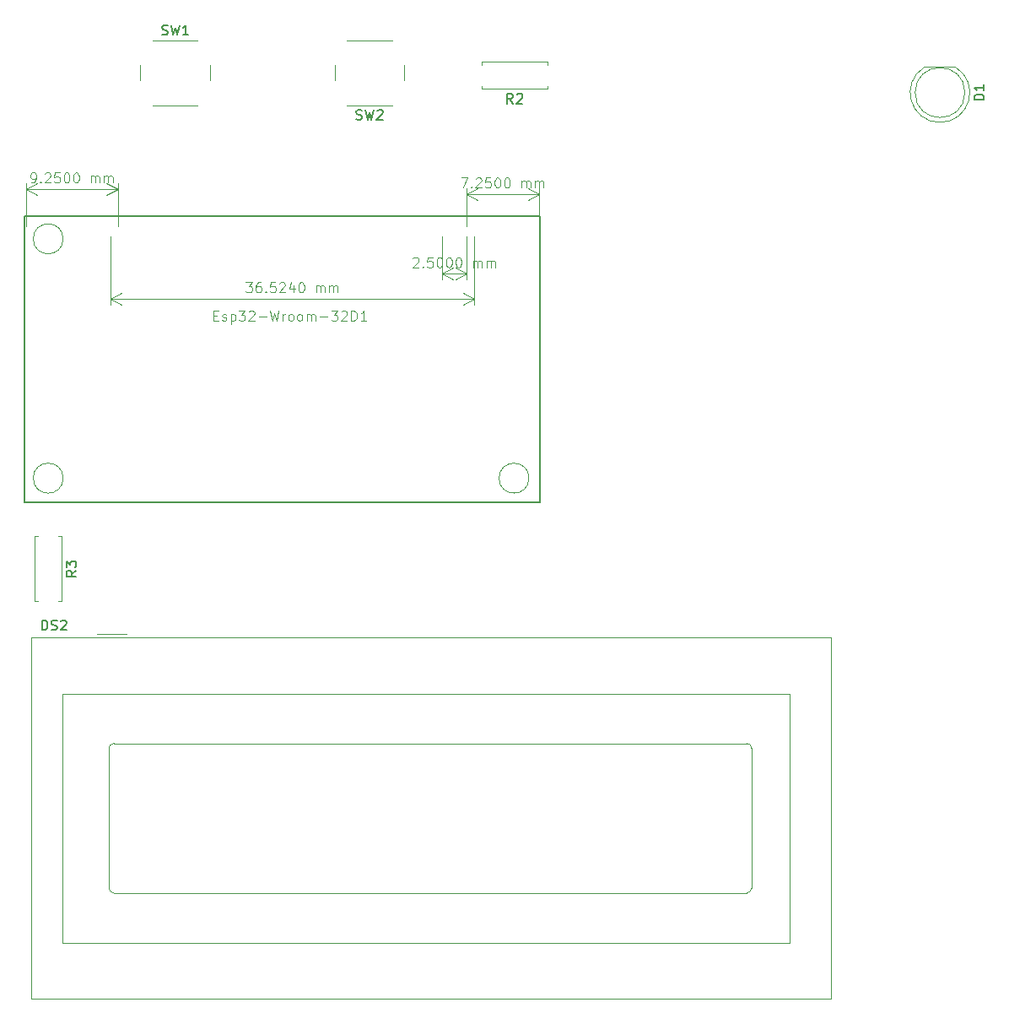
<source format=gbr>
%TF.GenerationSoftware,KiCad,Pcbnew,8.0.4*%
%TF.CreationDate,2024-08-01T14:56:52+02:00*%
%TF.ProjectId,\u002A,2a2e6b69-6361-4645-9f70-636258585858,rev?*%
%TF.SameCoordinates,Original*%
%TF.FileFunction,Legend,Top*%
%TF.FilePolarity,Positive*%
%FSLAX46Y46*%
G04 Gerber Fmt 4.6, Leading zero omitted, Abs format (unit mm)*
G04 Created by KiCad (PCBNEW 8.0.4) date 2024-08-01 14:56:52*
%MOMM*%
%LPD*%
G01*
G04 APERTURE LIST*
%ADD10C,0.150000*%
%ADD11C,0.100000*%
%ADD12C,0.120000*%
G04 APERTURE END LIST*
D10*
X132365714Y-103144819D02*
X132365714Y-102144819D01*
X132365714Y-102144819D02*
X132603809Y-102144819D01*
X132603809Y-102144819D02*
X132746666Y-102192438D01*
X132746666Y-102192438D02*
X132841904Y-102287676D01*
X132841904Y-102287676D02*
X132889523Y-102382914D01*
X132889523Y-102382914D02*
X132937142Y-102573390D01*
X132937142Y-102573390D02*
X132937142Y-102716247D01*
X132937142Y-102716247D02*
X132889523Y-102906723D01*
X132889523Y-102906723D02*
X132841904Y-103001961D01*
X132841904Y-103001961D02*
X132746666Y-103097200D01*
X132746666Y-103097200D02*
X132603809Y-103144819D01*
X132603809Y-103144819D02*
X132365714Y-103144819D01*
X133318095Y-103097200D02*
X133460952Y-103144819D01*
X133460952Y-103144819D02*
X133699047Y-103144819D01*
X133699047Y-103144819D02*
X133794285Y-103097200D01*
X133794285Y-103097200D02*
X133841904Y-103049580D01*
X133841904Y-103049580D02*
X133889523Y-102954342D01*
X133889523Y-102954342D02*
X133889523Y-102859104D01*
X133889523Y-102859104D02*
X133841904Y-102763866D01*
X133841904Y-102763866D02*
X133794285Y-102716247D01*
X133794285Y-102716247D02*
X133699047Y-102668628D01*
X133699047Y-102668628D02*
X133508571Y-102621009D01*
X133508571Y-102621009D02*
X133413333Y-102573390D01*
X133413333Y-102573390D02*
X133365714Y-102525771D01*
X133365714Y-102525771D02*
X133318095Y-102430533D01*
X133318095Y-102430533D02*
X133318095Y-102335295D01*
X133318095Y-102335295D02*
X133365714Y-102240057D01*
X133365714Y-102240057D02*
X133413333Y-102192438D01*
X133413333Y-102192438D02*
X133508571Y-102144819D01*
X133508571Y-102144819D02*
X133746666Y-102144819D01*
X133746666Y-102144819D02*
X133889523Y-102192438D01*
X134270476Y-102240057D02*
X134318095Y-102192438D01*
X134318095Y-102192438D02*
X134413333Y-102144819D01*
X134413333Y-102144819D02*
X134651428Y-102144819D01*
X134651428Y-102144819D02*
X134746666Y-102192438D01*
X134746666Y-102192438D02*
X134794285Y-102240057D01*
X134794285Y-102240057D02*
X134841904Y-102335295D01*
X134841904Y-102335295D02*
X134841904Y-102430533D01*
X134841904Y-102430533D02*
X134794285Y-102573390D01*
X134794285Y-102573390D02*
X134222857Y-103144819D01*
X134222857Y-103144819D02*
X134841904Y-103144819D01*
X135824819Y-97166666D02*
X135348628Y-97499999D01*
X135824819Y-97738094D02*
X134824819Y-97738094D01*
X134824819Y-97738094D02*
X134824819Y-97357142D01*
X134824819Y-97357142D02*
X134872438Y-97261904D01*
X134872438Y-97261904D02*
X134920057Y-97214285D01*
X134920057Y-97214285D02*
X135015295Y-97166666D01*
X135015295Y-97166666D02*
X135158152Y-97166666D01*
X135158152Y-97166666D02*
X135253390Y-97214285D01*
X135253390Y-97214285D02*
X135301009Y-97261904D01*
X135301009Y-97261904D02*
X135348628Y-97357142D01*
X135348628Y-97357142D02*
X135348628Y-97738094D01*
X134824819Y-96833332D02*
X134824819Y-96214285D01*
X134824819Y-96214285D02*
X135205771Y-96547618D01*
X135205771Y-96547618D02*
X135205771Y-96404761D01*
X135205771Y-96404761D02*
X135253390Y-96309523D01*
X135253390Y-96309523D02*
X135301009Y-96261904D01*
X135301009Y-96261904D02*
X135396247Y-96214285D01*
X135396247Y-96214285D02*
X135634342Y-96214285D01*
X135634342Y-96214285D02*
X135729580Y-96261904D01*
X135729580Y-96261904D02*
X135777200Y-96309523D01*
X135777200Y-96309523D02*
X135824819Y-96404761D01*
X135824819Y-96404761D02*
X135824819Y-96690475D01*
X135824819Y-96690475D02*
X135777200Y-96785713D01*
X135777200Y-96785713D02*
X135729580Y-96833332D01*
X226914819Y-49968094D02*
X225914819Y-49968094D01*
X225914819Y-49968094D02*
X225914819Y-49729999D01*
X225914819Y-49729999D02*
X225962438Y-49587142D01*
X225962438Y-49587142D02*
X226057676Y-49491904D01*
X226057676Y-49491904D02*
X226152914Y-49444285D01*
X226152914Y-49444285D02*
X226343390Y-49396666D01*
X226343390Y-49396666D02*
X226486247Y-49396666D01*
X226486247Y-49396666D02*
X226676723Y-49444285D01*
X226676723Y-49444285D02*
X226771961Y-49491904D01*
X226771961Y-49491904D02*
X226867200Y-49587142D01*
X226867200Y-49587142D02*
X226914819Y-49729999D01*
X226914819Y-49729999D02*
X226914819Y-49968094D01*
X226914819Y-48444285D02*
X226914819Y-49015713D01*
X226914819Y-48729999D02*
X225914819Y-48729999D01*
X225914819Y-48729999D02*
X226057676Y-48825237D01*
X226057676Y-48825237D02*
X226152914Y-48920475D01*
X226152914Y-48920475D02*
X226200533Y-49015713D01*
X144416667Y-43407200D02*
X144559524Y-43454819D01*
X144559524Y-43454819D02*
X144797619Y-43454819D01*
X144797619Y-43454819D02*
X144892857Y-43407200D01*
X144892857Y-43407200D02*
X144940476Y-43359580D01*
X144940476Y-43359580D02*
X144988095Y-43264342D01*
X144988095Y-43264342D02*
X144988095Y-43169104D01*
X144988095Y-43169104D02*
X144940476Y-43073866D01*
X144940476Y-43073866D02*
X144892857Y-43026247D01*
X144892857Y-43026247D02*
X144797619Y-42978628D01*
X144797619Y-42978628D02*
X144607143Y-42931009D01*
X144607143Y-42931009D02*
X144511905Y-42883390D01*
X144511905Y-42883390D02*
X144464286Y-42835771D01*
X144464286Y-42835771D02*
X144416667Y-42740533D01*
X144416667Y-42740533D02*
X144416667Y-42645295D01*
X144416667Y-42645295D02*
X144464286Y-42550057D01*
X144464286Y-42550057D02*
X144511905Y-42502438D01*
X144511905Y-42502438D02*
X144607143Y-42454819D01*
X144607143Y-42454819D02*
X144845238Y-42454819D01*
X144845238Y-42454819D02*
X144988095Y-42502438D01*
X145321429Y-42454819D02*
X145559524Y-43454819D01*
X145559524Y-43454819D02*
X145750000Y-42740533D01*
X145750000Y-42740533D02*
X145940476Y-43454819D01*
X145940476Y-43454819D02*
X146178572Y-42454819D01*
X147083333Y-43454819D02*
X146511905Y-43454819D01*
X146797619Y-43454819D02*
X146797619Y-42454819D01*
X146797619Y-42454819D02*
X146702381Y-42597676D01*
X146702381Y-42597676D02*
X146607143Y-42692914D01*
X146607143Y-42692914D02*
X146511905Y-42740533D01*
X163916667Y-51907200D02*
X164059524Y-51954819D01*
X164059524Y-51954819D02*
X164297619Y-51954819D01*
X164297619Y-51954819D02*
X164392857Y-51907200D01*
X164392857Y-51907200D02*
X164440476Y-51859580D01*
X164440476Y-51859580D02*
X164488095Y-51764342D01*
X164488095Y-51764342D02*
X164488095Y-51669104D01*
X164488095Y-51669104D02*
X164440476Y-51573866D01*
X164440476Y-51573866D02*
X164392857Y-51526247D01*
X164392857Y-51526247D02*
X164297619Y-51478628D01*
X164297619Y-51478628D02*
X164107143Y-51431009D01*
X164107143Y-51431009D02*
X164011905Y-51383390D01*
X164011905Y-51383390D02*
X163964286Y-51335771D01*
X163964286Y-51335771D02*
X163916667Y-51240533D01*
X163916667Y-51240533D02*
X163916667Y-51145295D01*
X163916667Y-51145295D02*
X163964286Y-51050057D01*
X163964286Y-51050057D02*
X164011905Y-51002438D01*
X164011905Y-51002438D02*
X164107143Y-50954819D01*
X164107143Y-50954819D02*
X164345238Y-50954819D01*
X164345238Y-50954819D02*
X164488095Y-51002438D01*
X164821429Y-50954819D02*
X165059524Y-51954819D01*
X165059524Y-51954819D02*
X165250000Y-51240533D01*
X165250000Y-51240533D02*
X165440476Y-51954819D01*
X165440476Y-51954819D02*
X165678572Y-50954819D01*
X166011905Y-51050057D02*
X166059524Y-51002438D01*
X166059524Y-51002438D02*
X166154762Y-50954819D01*
X166154762Y-50954819D02*
X166392857Y-50954819D01*
X166392857Y-50954819D02*
X166488095Y-51002438D01*
X166488095Y-51002438D02*
X166535714Y-51050057D01*
X166535714Y-51050057D02*
X166583333Y-51145295D01*
X166583333Y-51145295D02*
X166583333Y-51240533D01*
X166583333Y-51240533D02*
X166535714Y-51383390D01*
X166535714Y-51383390D02*
X165964286Y-51954819D01*
X165964286Y-51954819D02*
X166583333Y-51954819D01*
X179643333Y-50324819D02*
X179310000Y-49848628D01*
X179071905Y-50324819D02*
X179071905Y-49324819D01*
X179071905Y-49324819D02*
X179452857Y-49324819D01*
X179452857Y-49324819D02*
X179548095Y-49372438D01*
X179548095Y-49372438D02*
X179595714Y-49420057D01*
X179595714Y-49420057D02*
X179643333Y-49515295D01*
X179643333Y-49515295D02*
X179643333Y-49658152D01*
X179643333Y-49658152D02*
X179595714Y-49753390D01*
X179595714Y-49753390D02*
X179548095Y-49801009D01*
X179548095Y-49801009D02*
X179452857Y-49848628D01*
X179452857Y-49848628D02*
X179071905Y-49848628D01*
X180024286Y-49420057D02*
X180071905Y-49372438D01*
X180071905Y-49372438D02*
X180167143Y-49324819D01*
X180167143Y-49324819D02*
X180405238Y-49324819D01*
X180405238Y-49324819D02*
X180500476Y-49372438D01*
X180500476Y-49372438D02*
X180548095Y-49420057D01*
X180548095Y-49420057D02*
X180595714Y-49515295D01*
X180595714Y-49515295D02*
X180595714Y-49610533D01*
X180595714Y-49610533D02*
X180548095Y-49753390D01*
X180548095Y-49753390D02*
X179976667Y-50324819D01*
X179976667Y-50324819D02*
X180595714Y-50324819D01*
D11*
X149607143Y-71583609D02*
X149940476Y-71583609D01*
X150083333Y-72107419D02*
X149607143Y-72107419D01*
X149607143Y-72107419D02*
X149607143Y-71107419D01*
X149607143Y-71107419D02*
X150083333Y-71107419D01*
X150464286Y-72059800D02*
X150559524Y-72107419D01*
X150559524Y-72107419D02*
X150750000Y-72107419D01*
X150750000Y-72107419D02*
X150845238Y-72059800D01*
X150845238Y-72059800D02*
X150892857Y-71964561D01*
X150892857Y-71964561D02*
X150892857Y-71916942D01*
X150892857Y-71916942D02*
X150845238Y-71821704D01*
X150845238Y-71821704D02*
X150750000Y-71774085D01*
X150750000Y-71774085D02*
X150607143Y-71774085D01*
X150607143Y-71774085D02*
X150511905Y-71726466D01*
X150511905Y-71726466D02*
X150464286Y-71631228D01*
X150464286Y-71631228D02*
X150464286Y-71583609D01*
X150464286Y-71583609D02*
X150511905Y-71488371D01*
X150511905Y-71488371D02*
X150607143Y-71440752D01*
X150607143Y-71440752D02*
X150750000Y-71440752D01*
X150750000Y-71440752D02*
X150845238Y-71488371D01*
X151321429Y-71440752D02*
X151321429Y-72440752D01*
X151321429Y-71488371D02*
X151416667Y-71440752D01*
X151416667Y-71440752D02*
X151607143Y-71440752D01*
X151607143Y-71440752D02*
X151702381Y-71488371D01*
X151702381Y-71488371D02*
X151750000Y-71535990D01*
X151750000Y-71535990D02*
X151797619Y-71631228D01*
X151797619Y-71631228D02*
X151797619Y-71916942D01*
X151797619Y-71916942D02*
X151750000Y-72012180D01*
X151750000Y-72012180D02*
X151702381Y-72059800D01*
X151702381Y-72059800D02*
X151607143Y-72107419D01*
X151607143Y-72107419D02*
X151416667Y-72107419D01*
X151416667Y-72107419D02*
X151321429Y-72059800D01*
X152130953Y-71107419D02*
X152750000Y-71107419D01*
X152750000Y-71107419D02*
X152416667Y-71488371D01*
X152416667Y-71488371D02*
X152559524Y-71488371D01*
X152559524Y-71488371D02*
X152654762Y-71535990D01*
X152654762Y-71535990D02*
X152702381Y-71583609D01*
X152702381Y-71583609D02*
X152750000Y-71678847D01*
X152750000Y-71678847D02*
X152750000Y-71916942D01*
X152750000Y-71916942D02*
X152702381Y-72012180D01*
X152702381Y-72012180D02*
X152654762Y-72059800D01*
X152654762Y-72059800D02*
X152559524Y-72107419D01*
X152559524Y-72107419D02*
X152273810Y-72107419D01*
X152273810Y-72107419D02*
X152178572Y-72059800D01*
X152178572Y-72059800D02*
X152130953Y-72012180D01*
X153130953Y-71202657D02*
X153178572Y-71155038D01*
X153178572Y-71155038D02*
X153273810Y-71107419D01*
X153273810Y-71107419D02*
X153511905Y-71107419D01*
X153511905Y-71107419D02*
X153607143Y-71155038D01*
X153607143Y-71155038D02*
X153654762Y-71202657D01*
X153654762Y-71202657D02*
X153702381Y-71297895D01*
X153702381Y-71297895D02*
X153702381Y-71393133D01*
X153702381Y-71393133D02*
X153654762Y-71535990D01*
X153654762Y-71535990D02*
X153083334Y-72107419D01*
X153083334Y-72107419D02*
X153702381Y-72107419D01*
X154130953Y-71726466D02*
X154892858Y-71726466D01*
X155273810Y-71107419D02*
X155511905Y-72107419D01*
X155511905Y-72107419D02*
X155702381Y-71393133D01*
X155702381Y-71393133D02*
X155892857Y-72107419D01*
X155892857Y-72107419D02*
X156130953Y-71107419D01*
X156511905Y-72107419D02*
X156511905Y-71440752D01*
X156511905Y-71631228D02*
X156559524Y-71535990D01*
X156559524Y-71535990D02*
X156607143Y-71488371D01*
X156607143Y-71488371D02*
X156702381Y-71440752D01*
X156702381Y-71440752D02*
X156797619Y-71440752D01*
X157273810Y-72107419D02*
X157178572Y-72059800D01*
X157178572Y-72059800D02*
X157130953Y-72012180D01*
X157130953Y-72012180D02*
X157083334Y-71916942D01*
X157083334Y-71916942D02*
X157083334Y-71631228D01*
X157083334Y-71631228D02*
X157130953Y-71535990D01*
X157130953Y-71535990D02*
X157178572Y-71488371D01*
X157178572Y-71488371D02*
X157273810Y-71440752D01*
X157273810Y-71440752D02*
X157416667Y-71440752D01*
X157416667Y-71440752D02*
X157511905Y-71488371D01*
X157511905Y-71488371D02*
X157559524Y-71535990D01*
X157559524Y-71535990D02*
X157607143Y-71631228D01*
X157607143Y-71631228D02*
X157607143Y-71916942D01*
X157607143Y-71916942D02*
X157559524Y-72012180D01*
X157559524Y-72012180D02*
X157511905Y-72059800D01*
X157511905Y-72059800D02*
X157416667Y-72107419D01*
X157416667Y-72107419D02*
X157273810Y-72107419D01*
X158178572Y-72107419D02*
X158083334Y-72059800D01*
X158083334Y-72059800D02*
X158035715Y-72012180D01*
X158035715Y-72012180D02*
X157988096Y-71916942D01*
X157988096Y-71916942D02*
X157988096Y-71631228D01*
X157988096Y-71631228D02*
X158035715Y-71535990D01*
X158035715Y-71535990D02*
X158083334Y-71488371D01*
X158083334Y-71488371D02*
X158178572Y-71440752D01*
X158178572Y-71440752D02*
X158321429Y-71440752D01*
X158321429Y-71440752D02*
X158416667Y-71488371D01*
X158416667Y-71488371D02*
X158464286Y-71535990D01*
X158464286Y-71535990D02*
X158511905Y-71631228D01*
X158511905Y-71631228D02*
X158511905Y-71916942D01*
X158511905Y-71916942D02*
X158464286Y-72012180D01*
X158464286Y-72012180D02*
X158416667Y-72059800D01*
X158416667Y-72059800D02*
X158321429Y-72107419D01*
X158321429Y-72107419D02*
X158178572Y-72107419D01*
X158940477Y-72107419D02*
X158940477Y-71440752D01*
X158940477Y-71535990D02*
X158988096Y-71488371D01*
X158988096Y-71488371D02*
X159083334Y-71440752D01*
X159083334Y-71440752D02*
X159226191Y-71440752D01*
X159226191Y-71440752D02*
X159321429Y-71488371D01*
X159321429Y-71488371D02*
X159369048Y-71583609D01*
X159369048Y-71583609D02*
X159369048Y-72107419D01*
X159369048Y-71583609D02*
X159416667Y-71488371D01*
X159416667Y-71488371D02*
X159511905Y-71440752D01*
X159511905Y-71440752D02*
X159654762Y-71440752D01*
X159654762Y-71440752D02*
X159750001Y-71488371D01*
X159750001Y-71488371D02*
X159797620Y-71583609D01*
X159797620Y-71583609D02*
X159797620Y-72107419D01*
X160273810Y-71726466D02*
X161035715Y-71726466D01*
X161416667Y-71107419D02*
X162035714Y-71107419D01*
X162035714Y-71107419D02*
X161702381Y-71488371D01*
X161702381Y-71488371D02*
X161845238Y-71488371D01*
X161845238Y-71488371D02*
X161940476Y-71535990D01*
X161940476Y-71535990D02*
X161988095Y-71583609D01*
X161988095Y-71583609D02*
X162035714Y-71678847D01*
X162035714Y-71678847D02*
X162035714Y-71916942D01*
X162035714Y-71916942D02*
X161988095Y-72012180D01*
X161988095Y-72012180D02*
X161940476Y-72059800D01*
X161940476Y-72059800D02*
X161845238Y-72107419D01*
X161845238Y-72107419D02*
X161559524Y-72107419D01*
X161559524Y-72107419D02*
X161464286Y-72059800D01*
X161464286Y-72059800D02*
X161416667Y-72012180D01*
X162416667Y-71202657D02*
X162464286Y-71155038D01*
X162464286Y-71155038D02*
X162559524Y-71107419D01*
X162559524Y-71107419D02*
X162797619Y-71107419D01*
X162797619Y-71107419D02*
X162892857Y-71155038D01*
X162892857Y-71155038D02*
X162940476Y-71202657D01*
X162940476Y-71202657D02*
X162988095Y-71297895D01*
X162988095Y-71297895D02*
X162988095Y-71393133D01*
X162988095Y-71393133D02*
X162940476Y-71535990D01*
X162940476Y-71535990D02*
X162369048Y-72107419D01*
X162369048Y-72107419D02*
X162988095Y-72107419D01*
X163416667Y-72107419D02*
X163416667Y-71107419D01*
X163416667Y-71107419D02*
X163654762Y-71107419D01*
X163654762Y-71107419D02*
X163797619Y-71155038D01*
X163797619Y-71155038D02*
X163892857Y-71250276D01*
X163892857Y-71250276D02*
X163940476Y-71345514D01*
X163940476Y-71345514D02*
X163988095Y-71535990D01*
X163988095Y-71535990D02*
X163988095Y-71678847D01*
X163988095Y-71678847D02*
X163940476Y-71869323D01*
X163940476Y-71869323D02*
X163892857Y-71964561D01*
X163892857Y-71964561D02*
X163797619Y-72059800D01*
X163797619Y-72059800D02*
X163654762Y-72107419D01*
X163654762Y-72107419D02*
X163416667Y-72107419D01*
X164940476Y-72107419D02*
X164369048Y-72107419D01*
X164654762Y-72107419D02*
X164654762Y-71107419D01*
X164654762Y-71107419D02*
X164559524Y-71250276D01*
X164559524Y-71250276D02*
X164464286Y-71345514D01*
X164464286Y-71345514D02*
X164369048Y-71393133D01*
X131327381Y-58257419D02*
X131517857Y-58257419D01*
X131517857Y-58257419D02*
X131613095Y-58209800D01*
X131613095Y-58209800D02*
X131660714Y-58162180D01*
X131660714Y-58162180D02*
X131755952Y-58019323D01*
X131755952Y-58019323D02*
X131803571Y-57828847D01*
X131803571Y-57828847D02*
X131803571Y-57447895D01*
X131803571Y-57447895D02*
X131755952Y-57352657D01*
X131755952Y-57352657D02*
X131708333Y-57305038D01*
X131708333Y-57305038D02*
X131613095Y-57257419D01*
X131613095Y-57257419D02*
X131422619Y-57257419D01*
X131422619Y-57257419D02*
X131327381Y-57305038D01*
X131327381Y-57305038D02*
X131279762Y-57352657D01*
X131279762Y-57352657D02*
X131232143Y-57447895D01*
X131232143Y-57447895D02*
X131232143Y-57685990D01*
X131232143Y-57685990D02*
X131279762Y-57781228D01*
X131279762Y-57781228D02*
X131327381Y-57828847D01*
X131327381Y-57828847D02*
X131422619Y-57876466D01*
X131422619Y-57876466D02*
X131613095Y-57876466D01*
X131613095Y-57876466D02*
X131708333Y-57828847D01*
X131708333Y-57828847D02*
X131755952Y-57781228D01*
X131755952Y-57781228D02*
X131803571Y-57685990D01*
X132232143Y-58162180D02*
X132279762Y-58209800D01*
X132279762Y-58209800D02*
X132232143Y-58257419D01*
X132232143Y-58257419D02*
X132184524Y-58209800D01*
X132184524Y-58209800D02*
X132232143Y-58162180D01*
X132232143Y-58162180D02*
X132232143Y-58257419D01*
X132660714Y-57352657D02*
X132708333Y-57305038D01*
X132708333Y-57305038D02*
X132803571Y-57257419D01*
X132803571Y-57257419D02*
X133041666Y-57257419D01*
X133041666Y-57257419D02*
X133136904Y-57305038D01*
X133136904Y-57305038D02*
X133184523Y-57352657D01*
X133184523Y-57352657D02*
X133232142Y-57447895D01*
X133232142Y-57447895D02*
X133232142Y-57543133D01*
X133232142Y-57543133D02*
X133184523Y-57685990D01*
X133184523Y-57685990D02*
X132613095Y-58257419D01*
X132613095Y-58257419D02*
X133232142Y-58257419D01*
X134136904Y-57257419D02*
X133660714Y-57257419D01*
X133660714Y-57257419D02*
X133613095Y-57733609D01*
X133613095Y-57733609D02*
X133660714Y-57685990D01*
X133660714Y-57685990D02*
X133755952Y-57638371D01*
X133755952Y-57638371D02*
X133994047Y-57638371D01*
X133994047Y-57638371D02*
X134089285Y-57685990D01*
X134089285Y-57685990D02*
X134136904Y-57733609D01*
X134136904Y-57733609D02*
X134184523Y-57828847D01*
X134184523Y-57828847D02*
X134184523Y-58066942D01*
X134184523Y-58066942D02*
X134136904Y-58162180D01*
X134136904Y-58162180D02*
X134089285Y-58209800D01*
X134089285Y-58209800D02*
X133994047Y-58257419D01*
X133994047Y-58257419D02*
X133755952Y-58257419D01*
X133755952Y-58257419D02*
X133660714Y-58209800D01*
X133660714Y-58209800D02*
X133613095Y-58162180D01*
X134803571Y-57257419D02*
X134898809Y-57257419D01*
X134898809Y-57257419D02*
X134994047Y-57305038D01*
X134994047Y-57305038D02*
X135041666Y-57352657D01*
X135041666Y-57352657D02*
X135089285Y-57447895D01*
X135089285Y-57447895D02*
X135136904Y-57638371D01*
X135136904Y-57638371D02*
X135136904Y-57876466D01*
X135136904Y-57876466D02*
X135089285Y-58066942D01*
X135089285Y-58066942D02*
X135041666Y-58162180D01*
X135041666Y-58162180D02*
X134994047Y-58209800D01*
X134994047Y-58209800D02*
X134898809Y-58257419D01*
X134898809Y-58257419D02*
X134803571Y-58257419D01*
X134803571Y-58257419D02*
X134708333Y-58209800D01*
X134708333Y-58209800D02*
X134660714Y-58162180D01*
X134660714Y-58162180D02*
X134613095Y-58066942D01*
X134613095Y-58066942D02*
X134565476Y-57876466D01*
X134565476Y-57876466D02*
X134565476Y-57638371D01*
X134565476Y-57638371D02*
X134613095Y-57447895D01*
X134613095Y-57447895D02*
X134660714Y-57352657D01*
X134660714Y-57352657D02*
X134708333Y-57305038D01*
X134708333Y-57305038D02*
X134803571Y-57257419D01*
X135755952Y-57257419D02*
X135851190Y-57257419D01*
X135851190Y-57257419D02*
X135946428Y-57305038D01*
X135946428Y-57305038D02*
X135994047Y-57352657D01*
X135994047Y-57352657D02*
X136041666Y-57447895D01*
X136041666Y-57447895D02*
X136089285Y-57638371D01*
X136089285Y-57638371D02*
X136089285Y-57876466D01*
X136089285Y-57876466D02*
X136041666Y-58066942D01*
X136041666Y-58066942D02*
X135994047Y-58162180D01*
X135994047Y-58162180D02*
X135946428Y-58209800D01*
X135946428Y-58209800D02*
X135851190Y-58257419D01*
X135851190Y-58257419D02*
X135755952Y-58257419D01*
X135755952Y-58257419D02*
X135660714Y-58209800D01*
X135660714Y-58209800D02*
X135613095Y-58162180D01*
X135613095Y-58162180D02*
X135565476Y-58066942D01*
X135565476Y-58066942D02*
X135517857Y-57876466D01*
X135517857Y-57876466D02*
X135517857Y-57638371D01*
X135517857Y-57638371D02*
X135565476Y-57447895D01*
X135565476Y-57447895D02*
X135613095Y-57352657D01*
X135613095Y-57352657D02*
X135660714Y-57305038D01*
X135660714Y-57305038D02*
X135755952Y-57257419D01*
X137279762Y-58257419D02*
X137279762Y-57590752D01*
X137279762Y-57685990D02*
X137327381Y-57638371D01*
X137327381Y-57638371D02*
X137422619Y-57590752D01*
X137422619Y-57590752D02*
X137565476Y-57590752D01*
X137565476Y-57590752D02*
X137660714Y-57638371D01*
X137660714Y-57638371D02*
X137708333Y-57733609D01*
X137708333Y-57733609D02*
X137708333Y-58257419D01*
X137708333Y-57733609D02*
X137755952Y-57638371D01*
X137755952Y-57638371D02*
X137851190Y-57590752D01*
X137851190Y-57590752D02*
X137994047Y-57590752D01*
X137994047Y-57590752D02*
X138089286Y-57638371D01*
X138089286Y-57638371D02*
X138136905Y-57733609D01*
X138136905Y-57733609D02*
X138136905Y-58257419D01*
X138613095Y-58257419D02*
X138613095Y-57590752D01*
X138613095Y-57685990D02*
X138660714Y-57638371D01*
X138660714Y-57638371D02*
X138755952Y-57590752D01*
X138755952Y-57590752D02*
X138898809Y-57590752D01*
X138898809Y-57590752D02*
X138994047Y-57638371D01*
X138994047Y-57638371D02*
X139041666Y-57733609D01*
X139041666Y-57733609D02*
X139041666Y-58257419D01*
X139041666Y-57733609D02*
X139089285Y-57638371D01*
X139089285Y-57638371D02*
X139184523Y-57590752D01*
X139184523Y-57590752D02*
X139327380Y-57590752D01*
X139327380Y-57590752D02*
X139422619Y-57638371D01*
X139422619Y-57638371D02*
X139470238Y-57733609D01*
X139470238Y-57733609D02*
X139470238Y-58257419D01*
X152833334Y-68257419D02*
X153452381Y-68257419D01*
X153452381Y-68257419D02*
X153119048Y-68638371D01*
X153119048Y-68638371D02*
X153261905Y-68638371D01*
X153261905Y-68638371D02*
X153357143Y-68685990D01*
X153357143Y-68685990D02*
X153404762Y-68733609D01*
X153404762Y-68733609D02*
X153452381Y-68828847D01*
X153452381Y-68828847D02*
X153452381Y-69066942D01*
X153452381Y-69066942D02*
X153404762Y-69162180D01*
X153404762Y-69162180D02*
X153357143Y-69209800D01*
X153357143Y-69209800D02*
X153261905Y-69257419D01*
X153261905Y-69257419D02*
X152976191Y-69257419D01*
X152976191Y-69257419D02*
X152880953Y-69209800D01*
X152880953Y-69209800D02*
X152833334Y-69162180D01*
X154309524Y-68257419D02*
X154119048Y-68257419D01*
X154119048Y-68257419D02*
X154023810Y-68305038D01*
X154023810Y-68305038D02*
X153976191Y-68352657D01*
X153976191Y-68352657D02*
X153880953Y-68495514D01*
X153880953Y-68495514D02*
X153833334Y-68685990D01*
X153833334Y-68685990D02*
X153833334Y-69066942D01*
X153833334Y-69066942D02*
X153880953Y-69162180D01*
X153880953Y-69162180D02*
X153928572Y-69209800D01*
X153928572Y-69209800D02*
X154023810Y-69257419D01*
X154023810Y-69257419D02*
X154214286Y-69257419D01*
X154214286Y-69257419D02*
X154309524Y-69209800D01*
X154309524Y-69209800D02*
X154357143Y-69162180D01*
X154357143Y-69162180D02*
X154404762Y-69066942D01*
X154404762Y-69066942D02*
X154404762Y-68828847D01*
X154404762Y-68828847D02*
X154357143Y-68733609D01*
X154357143Y-68733609D02*
X154309524Y-68685990D01*
X154309524Y-68685990D02*
X154214286Y-68638371D01*
X154214286Y-68638371D02*
X154023810Y-68638371D01*
X154023810Y-68638371D02*
X153928572Y-68685990D01*
X153928572Y-68685990D02*
X153880953Y-68733609D01*
X153880953Y-68733609D02*
X153833334Y-68828847D01*
X154833334Y-69162180D02*
X154880953Y-69209800D01*
X154880953Y-69209800D02*
X154833334Y-69257419D01*
X154833334Y-69257419D02*
X154785715Y-69209800D01*
X154785715Y-69209800D02*
X154833334Y-69162180D01*
X154833334Y-69162180D02*
X154833334Y-69257419D01*
X155785714Y-68257419D02*
X155309524Y-68257419D01*
X155309524Y-68257419D02*
X155261905Y-68733609D01*
X155261905Y-68733609D02*
X155309524Y-68685990D01*
X155309524Y-68685990D02*
X155404762Y-68638371D01*
X155404762Y-68638371D02*
X155642857Y-68638371D01*
X155642857Y-68638371D02*
X155738095Y-68685990D01*
X155738095Y-68685990D02*
X155785714Y-68733609D01*
X155785714Y-68733609D02*
X155833333Y-68828847D01*
X155833333Y-68828847D02*
X155833333Y-69066942D01*
X155833333Y-69066942D02*
X155785714Y-69162180D01*
X155785714Y-69162180D02*
X155738095Y-69209800D01*
X155738095Y-69209800D02*
X155642857Y-69257419D01*
X155642857Y-69257419D02*
X155404762Y-69257419D01*
X155404762Y-69257419D02*
X155309524Y-69209800D01*
X155309524Y-69209800D02*
X155261905Y-69162180D01*
X156214286Y-68352657D02*
X156261905Y-68305038D01*
X156261905Y-68305038D02*
X156357143Y-68257419D01*
X156357143Y-68257419D02*
X156595238Y-68257419D01*
X156595238Y-68257419D02*
X156690476Y-68305038D01*
X156690476Y-68305038D02*
X156738095Y-68352657D01*
X156738095Y-68352657D02*
X156785714Y-68447895D01*
X156785714Y-68447895D02*
X156785714Y-68543133D01*
X156785714Y-68543133D02*
X156738095Y-68685990D01*
X156738095Y-68685990D02*
X156166667Y-69257419D01*
X156166667Y-69257419D02*
X156785714Y-69257419D01*
X157642857Y-68590752D02*
X157642857Y-69257419D01*
X157404762Y-68209800D02*
X157166667Y-68924085D01*
X157166667Y-68924085D02*
X157785714Y-68924085D01*
X158357143Y-68257419D02*
X158452381Y-68257419D01*
X158452381Y-68257419D02*
X158547619Y-68305038D01*
X158547619Y-68305038D02*
X158595238Y-68352657D01*
X158595238Y-68352657D02*
X158642857Y-68447895D01*
X158642857Y-68447895D02*
X158690476Y-68638371D01*
X158690476Y-68638371D02*
X158690476Y-68876466D01*
X158690476Y-68876466D02*
X158642857Y-69066942D01*
X158642857Y-69066942D02*
X158595238Y-69162180D01*
X158595238Y-69162180D02*
X158547619Y-69209800D01*
X158547619Y-69209800D02*
X158452381Y-69257419D01*
X158452381Y-69257419D02*
X158357143Y-69257419D01*
X158357143Y-69257419D02*
X158261905Y-69209800D01*
X158261905Y-69209800D02*
X158214286Y-69162180D01*
X158214286Y-69162180D02*
X158166667Y-69066942D01*
X158166667Y-69066942D02*
X158119048Y-68876466D01*
X158119048Y-68876466D02*
X158119048Y-68638371D01*
X158119048Y-68638371D02*
X158166667Y-68447895D01*
X158166667Y-68447895D02*
X158214286Y-68352657D01*
X158214286Y-68352657D02*
X158261905Y-68305038D01*
X158261905Y-68305038D02*
X158357143Y-68257419D01*
X159880953Y-69257419D02*
X159880953Y-68590752D01*
X159880953Y-68685990D02*
X159928572Y-68638371D01*
X159928572Y-68638371D02*
X160023810Y-68590752D01*
X160023810Y-68590752D02*
X160166667Y-68590752D01*
X160166667Y-68590752D02*
X160261905Y-68638371D01*
X160261905Y-68638371D02*
X160309524Y-68733609D01*
X160309524Y-68733609D02*
X160309524Y-69257419D01*
X160309524Y-68733609D02*
X160357143Y-68638371D01*
X160357143Y-68638371D02*
X160452381Y-68590752D01*
X160452381Y-68590752D02*
X160595238Y-68590752D01*
X160595238Y-68590752D02*
X160690477Y-68638371D01*
X160690477Y-68638371D02*
X160738096Y-68733609D01*
X160738096Y-68733609D02*
X160738096Y-69257419D01*
X161214286Y-69257419D02*
X161214286Y-68590752D01*
X161214286Y-68685990D02*
X161261905Y-68638371D01*
X161261905Y-68638371D02*
X161357143Y-68590752D01*
X161357143Y-68590752D02*
X161500000Y-68590752D01*
X161500000Y-68590752D02*
X161595238Y-68638371D01*
X161595238Y-68638371D02*
X161642857Y-68733609D01*
X161642857Y-68733609D02*
X161642857Y-69257419D01*
X161642857Y-68733609D02*
X161690476Y-68638371D01*
X161690476Y-68638371D02*
X161785714Y-68590752D01*
X161785714Y-68590752D02*
X161928571Y-68590752D01*
X161928571Y-68590752D02*
X162023810Y-68638371D01*
X162023810Y-68638371D02*
X162071429Y-68733609D01*
X162071429Y-68733609D02*
X162071429Y-69257419D01*
X174434524Y-57757419D02*
X175101190Y-57757419D01*
X175101190Y-57757419D02*
X174672619Y-58757419D01*
X175482143Y-58662180D02*
X175529762Y-58709800D01*
X175529762Y-58709800D02*
X175482143Y-58757419D01*
X175482143Y-58757419D02*
X175434524Y-58709800D01*
X175434524Y-58709800D02*
X175482143Y-58662180D01*
X175482143Y-58662180D02*
X175482143Y-58757419D01*
X175910714Y-57852657D02*
X175958333Y-57805038D01*
X175958333Y-57805038D02*
X176053571Y-57757419D01*
X176053571Y-57757419D02*
X176291666Y-57757419D01*
X176291666Y-57757419D02*
X176386904Y-57805038D01*
X176386904Y-57805038D02*
X176434523Y-57852657D01*
X176434523Y-57852657D02*
X176482142Y-57947895D01*
X176482142Y-57947895D02*
X176482142Y-58043133D01*
X176482142Y-58043133D02*
X176434523Y-58185990D01*
X176434523Y-58185990D02*
X175863095Y-58757419D01*
X175863095Y-58757419D02*
X176482142Y-58757419D01*
X177386904Y-57757419D02*
X176910714Y-57757419D01*
X176910714Y-57757419D02*
X176863095Y-58233609D01*
X176863095Y-58233609D02*
X176910714Y-58185990D01*
X176910714Y-58185990D02*
X177005952Y-58138371D01*
X177005952Y-58138371D02*
X177244047Y-58138371D01*
X177244047Y-58138371D02*
X177339285Y-58185990D01*
X177339285Y-58185990D02*
X177386904Y-58233609D01*
X177386904Y-58233609D02*
X177434523Y-58328847D01*
X177434523Y-58328847D02*
X177434523Y-58566942D01*
X177434523Y-58566942D02*
X177386904Y-58662180D01*
X177386904Y-58662180D02*
X177339285Y-58709800D01*
X177339285Y-58709800D02*
X177244047Y-58757419D01*
X177244047Y-58757419D02*
X177005952Y-58757419D01*
X177005952Y-58757419D02*
X176910714Y-58709800D01*
X176910714Y-58709800D02*
X176863095Y-58662180D01*
X178053571Y-57757419D02*
X178148809Y-57757419D01*
X178148809Y-57757419D02*
X178244047Y-57805038D01*
X178244047Y-57805038D02*
X178291666Y-57852657D01*
X178291666Y-57852657D02*
X178339285Y-57947895D01*
X178339285Y-57947895D02*
X178386904Y-58138371D01*
X178386904Y-58138371D02*
X178386904Y-58376466D01*
X178386904Y-58376466D02*
X178339285Y-58566942D01*
X178339285Y-58566942D02*
X178291666Y-58662180D01*
X178291666Y-58662180D02*
X178244047Y-58709800D01*
X178244047Y-58709800D02*
X178148809Y-58757419D01*
X178148809Y-58757419D02*
X178053571Y-58757419D01*
X178053571Y-58757419D02*
X177958333Y-58709800D01*
X177958333Y-58709800D02*
X177910714Y-58662180D01*
X177910714Y-58662180D02*
X177863095Y-58566942D01*
X177863095Y-58566942D02*
X177815476Y-58376466D01*
X177815476Y-58376466D02*
X177815476Y-58138371D01*
X177815476Y-58138371D02*
X177863095Y-57947895D01*
X177863095Y-57947895D02*
X177910714Y-57852657D01*
X177910714Y-57852657D02*
X177958333Y-57805038D01*
X177958333Y-57805038D02*
X178053571Y-57757419D01*
X179005952Y-57757419D02*
X179101190Y-57757419D01*
X179101190Y-57757419D02*
X179196428Y-57805038D01*
X179196428Y-57805038D02*
X179244047Y-57852657D01*
X179244047Y-57852657D02*
X179291666Y-57947895D01*
X179291666Y-57947895D02*
X179339285Y-58138371D01*
X179339285Y-58138371D02*
X179339285Y-58376466D01*
X179339285Y-58376466D02*
X179291666Y-58566942D01*
X179291666Y-58566942D02*
X179244047Y-58662180D01*
X179244047Y-58662180D02*
X179196428Y-58709800D01*
X179196428Y-58709800D02*
X179101190Y-58757419D01*
X179101190Y-58757419D02*
X179005952Y-58757419D01*
X179005952Y-58757419D02*
X178910714Y-58709800D01*
X178910714Y-58709800D02*
X178863095Y-58662180D01*
X178863095Y-58662180D02*
X178815476Y-58566942D01*
X178815476Y-58566942D02*
X178767857Y-58376466D01*
X178767857Y-58376466D02*
X178767857Y-58138371D01*
X178767857Y-58138371D02*
X178815476Y-57947895D01*
X178815476Y-57947895D02*
X178863095Y-57852657D01*
X178863095Y-57852657D02*
X178910714Y-57805038D01*
X178910714Y-57805038D02*
X179005952Y-57757419D01*
X180529762Y-58757419D02*
X180529762Y-58090752D01*
X180529762Y-58185990D02*
X180577381Y-58138371D01*
X180577381Y-58138371D02*
X180672619Y-58090752D01*
X180672619Y-58090752D02*
X180815476Y-58090752D01*
X180815476Y-58090752D02*
X180910714Y-58138371D01*
X180910714Y-58138371D02*
X180958333Y-58233609D01*
X180958333Y-58233609D02*
X180958333Y-58757419D01*
X180958333Y-58233609D02*
X181005952Y-58138371D01*
X181005952Y-58138371D02*
X181101190Y-58090752D01*
X181101190Y-58090752D02*
X181244047Y-58090752D01*
X181244047Y-58090752D02*
X181339286Y-58138371D01*
X181339286Y-58138371D02*
X181386905Y-58233609D01*
X181386905Y-58233609D02*
X181386905Y-58757419D01*
X181863095Y-58757419D02*
X181863095Y-58090752D01*
X181863095Y-58185990D02*
X181910714Y-58138371D01*
X181910714Y-58138371D02*
X182005952Y-58090752D01*
X182005952Y-58090752D02*
X182148809Y-58090752D01*
X182148809Y-58090752D02*
X182244047Y-58138371D01*
X182244047Y-58138371D02*
X182291666Y-58233609D01*
X182291666Y-58233609D02*
X182291666Y-58757419D01*
X182291666Y-58233609D02*
X182339285Y-58138371D01*
X182339285Y-58138371D02*
X182434523Y-58090752D01*
X182434523Y-58090752D02*
X182577380Y-58090752D01*
X182577380Y-58090752D02*
X182672619Y-58138371D01*
X182672619Y-58138371D02*
X182720238Y-58233609D01*
X182720238Y-58233609D02*
X182720238Y-58757419D01*
X169607143Y-65852657D02*
X169654762Y-65805038D01*
X169654762Y-65805038D02*
X169750000Y-65757419D01*
X169750000Y-65757419D02*
X169988095Y-65757419D01*
X169988095Y-65757419D02*
X170083333Y-65805038D01*
X170083333Y-65805038D02*
X170130952Y-65852657D01*
X170130952Y-65852657D02*
X170178571Y-65947895D01*
X170178571Y-65947895D02*
X170178571Y-66043133D01*
X170178571Y-66043133D02*
X170130952Y-66185990D01*
X170130952Y-66185990D02*
X169559524Y-66757419D01*
X169559524Y-66757419D02*
X170178571Y-66757419D01*
X170607143Y-66662180D02*
X170654762Y-66709800D01*
X170654762Y-66709800D02*
X170607143Y-66757419D01*
X170607143Y-66757419D02*
X170559524Y-66709800D01*
X170559524Y-66709800D02*
X170607143Y-66662180D01*
X170607143Y-66662180D02*
X170607143Y-66757419D01*
X171559523Y-65757419D02*
X171083333Y-65757419D01*
X171083333Y-65757419D02*
X171035714Y-66233609D01*
X171035714Y-66233609D02*
X171083333Y-66185990D01*
X171083333Y-66185990D02*
X171178571Y-66138371D01*
X171178571Y-66138371D02*
X171416666Y-66138371D01*
X171416666Y-66138371D02*
X171511904Y-66185990D01*
X171511904Y-66185990D02*
X171559523Y-66233609D01*
X171559523Y-66233609D02*
X171607142Y-66328847D01*
X171607142Y-66328847D02*
X171607142Y-66566942D01*
X171607142Y-66566942D02*
X171559523Y-66662180D01*
X171559523Y-66662180D02*
X171511904Y-66709800D01*
X171511904Y-66709800D02*
X171416666Y-66757419D01*
X171416666Y-66757419D02*
X171178571Y-66757419D01*
X171178571Y-66757419D02*
X171083333Y-66709800D01*
X171083333Y-66709800D02*
X171035714Y-66662180D01*
X172226190Y-65757419D02*
X172321428Y-65757419D01*
X172321428Y-65757419D02*
X172416666Y-65805038D01*
X172416666Y-65805038D02*
X172464285Y-65852657D01*
X172464285Y-65852657D02*
X172511904Y-65947895D01*
X172511904Y-65947895D02*
X172559523Y-66138371D01*
X172559523Y-66138371D02*
X172559523Y-66376466D01*
X172559523Y-66376466D02*
X172511904Y-66566942D01*
X172511904Y-66566942D02*
X172464285Y-66662180D01*
X172464285Y-66662180D02*
X172416666Y-66709800D01*
X172416666Y-66709800D02*
X172321428Y-66757419D01*
X172321428Y-66757419D02*
X172226190Y-66757419D01*
X172226190Y-66757419D02*
X172130952Y-66709800D01*
X172130952Y-66709800D02*
X172083333Y-66662180D01*
X172083333Y-66662180D02*
X172035714Y-66566942D01*
X172035714Y-66566942D02*
X171988095Y-66376466D01*
X171988095Y-66376466D02*
X171988095Y-66138371D01*
X171988095Y-66138371D02*
X172035714Y-65947895D01*
X172035714Y-65947895D02*
X172083333Y-65852657D01*
X172083333Y-65852657D02*
X172130952Y-65805038D01*
X172130952Y-65805038D02*
X172226190Y-65757419D01*
X173178571Y-65757419D02*
X173273809Y-65757419D01*
X173273809Y-65757419D02*
X173369047Y-65805038D01*
X173369047Y-65805038D02*
X173416666Y-65852657D01*
X173416666Y-65852657D02*
X173464285Y-65947895D01*
X173464285Y-65947895D02*
X173511904Y-66138371D01*
X173511904Y-66138371D02*
X173511904Y-66376466D01*
X173511904Y-66376466D02*
X173464285Y-66566942D01*
X173464285Y-66566942D02*
X173416666Y-66662180D01*
X173416666Y-66662180D02*
X173369047Y-66709800D01*
X173369047Y-66709800D02*
X173273809Y-66757419D01*
X173273809Y-66757419D02*
X173178571Y-66757419D01*
X173178571Y-66757419D02*
X173083333Y-66709800D01*
X173083333Y-66709800D02*
X173035714Y-66662180D01*
X173035714Y-66662180D02*
X172988095Y-66566942D01*
X172988095Y-66566942D02*
X172940476Y-66376466D01*
X172940476Y-66376466D02*
X172940476Y-66138371D01*
X172940476Y-66138371D02*
X172988095Y-65947895D01*
X172988095Y-65947895D02*
X173035714Y-65852657D01*
X173035714Y-65852657D02*
X173083333Y-65805038D01*
X173083333Y-65805038D02*
X173178571Y-65757419D01*
X174130952Y-65757419D02*
X174226190Y-65757419D01*
X174226190Y-65757419D02*
X174321428Y-65805038D01*
X174321428Y-65805038D02*
X174369047Y-65852657D01*
X174369047Y-65852657D02*
X174416666Y-65947895D01*
X174416666Y-65947895D02*
X174464285Y-66138371D01*
X174464285Y-66138371D02*
X174464285Y-66376466D01*
X174464285Y-66376466D02*
X174416666Y-66566942D01*
X174416666Y-66566942D02*
X174369047Y-66662180D01*
X174369047Y-66662180D02*
X174321428Y-66709800D01*
X174321428Y-66709800D02*
X174226190Y-66757419D01*
X174226190Y-66757419D02*
X174130952Y-66757419D01*
X174130952Y-66757419D02*
X174035714Y-66709800D01*
X174035714Y-66709800D02*
X173988095Y-66662180D01*
X173988095Y-66662180D02*
X173940476Y-66566942D01*
X173940476Y-66566942D02*
X173892857Y-66376466D01*
X173892857Y-66376466D02*
X173892857Y-66138371D01*
X173892857Y-66138371D02*
X173940476Y-65947895D01*
X173940476Y-65947895D02*
X173988095Y-65852657D01*
X173988095Y-65852657D02*
X174035714Y-65805038D01*
X174035714Y-65805038D02*
X174130952Y-65757419D01*
X175654762Y-66757419D02*
X175654762Y-66090752D01*
X175654762Y-66185990D02*
X175702381Y-66138371D01*
X175702381Y-66138371D02*
X175797619Y-66090752D01*
X175797619Y-66090752D02*
X175940476Y-66090752D01*
X175940476Y-66090752D02*
X176035714Y-66138371D01*
X176035714Y-66138371D02*
X176083333Y-66233609D01*
X176083333Y-66233609D02*
X176083333Y-66757419D01*
X176083333Y-66233609D02*
X176130952Y-66138371D01*
X176130952Y-66138371D02*
X176226190Y-66090752D01*
X176226190Y-66090752D02*
X176369047Y-66090752D01*
X176369047Y-66090752D02*
X176464286Y-66138371D01*
X176464286Y-66138371D02*
X176511905Y-66233609D01*
X176511905Y-66233609D02*
X176511905Y-66757419D01*
X176988095Y-66757419D02*
X176988095Y-66090752D01*
X176988095Y-66185990D02*
X177035714Y-66138371D01*
X177035714Y-66138371D02*
X177130952Y-66090752D01*
X177130952Y-66090752D02*
X177273809Y-66090752D01*
X177273809Y-66090752D02*
X177369047Y-66138371D01*
X177369047Y-66138371D02*
X177416666Y-66233609D01*
X177416666Y-66233609D02*
X177416666Y-66757419D01*
X177416666Y-66233609D02*
X177464285Y-66138371D01*
X177464285Y-66138371D02*
X177559523Y-66090752D01*
X177559523Y-66090752D02*
X177702380Y-66090752D01*
X177702380Y-66090752D02*
X177797619Y-66138371D01*
X177797619Y-66138371D02*
X177845238Y-66233609D01*
X177845238Y-66233609D02*
X177845238Y-66757419D01*
D12*
%TO.C,DS2*%
X131260000Y-103860000D02*
X131260000Y-140140000D01*
X131260000Y-140140000D02*
X211540000Y-140140000D01*
X131270000Y-103860000D02*
X132060000Y-103860000D01*
X134400000Y-109500000D02*
X207400000Y-109500000D01*
X134400000Y-134500000D02*
X134400000Y-109500000D01*
X137900000Y-103500000D02*
X140900000Y-103500000D01*
X139100280Y-128999320D02*
X139100280Y-115000000D01*
X139600000Y-114500000D02*
X203100000Y-114500000D01*
X203100660Y-129500000D02*
X139600000Y-129500000D01*
X203600000Y-115000000D02*
X203600000Y-129000000D01*
X207400000Y-109500000D02*
X207400000Y-134500000D01*
X207400000Y-134500000D02*
X134400000Y-134500000D01*
X211540000Y-103860000D02*
X132060000Y-103860000D01*
X211540000Y-140140000D02*
X211540000Y-103860000D01*
X139100280Y-114998840D02*
G75*
G02*
X139600660Y-114498460I500380J0D01*
G01*
X139600660Y-129499700D02*
G75*
G02*
X139100280Y-128999320I0J500380D01*
G01*
X203100000Y-114500000D02*
G75*
G02*
X203600000Y-115000000I0J-500000D01*
G01*
X203601040Y-128999320D02*
G75*
G02*
X203100660Y-129499740I-500440J20D01*
G01*
%TO.C,R3*%
X131630000Y-93730000D02*
X131630000Y-100270000D01*
X131630000Y-100270000D02*
X131960000Y-100270000D01*
X131960000Y-93730000D02*
X131630000Y-93730000D01*
X134040000Y-93730000D02*
X134370000Y-93730000D01*
X134370000Y-93730000D02*
X134370000Y-100270000D01*
X134370000Y-100270000D02*
X134040000Y-100270000D01*
%TO.C,D1*%
X224045000Y-46670000D02*
X220955000Y-46670000D01*
X222500462Y-52220000D02*
G75*
G02*
X220955170Y-46670000I-462J2990000D01*
G01*
X224044830Y-46670000D02*
G75*
G02*
X222499538Y-52220000I-1544830J-2560000D01*
G01*
X225000000Y-49230000D02*
G75*
G02*
X220000000Y-49230000I-2500000J0D01*
G01*
X220000000Y-49230000D02*
G75*
G02*
X225000000Y-49230000I2500000J0D01*
G01*
%TO.C,SW1*%
X142250000Y-46500000D02*
X142250000Y-48000000D01*
X143500000Y-50500000D02*
X148000000Y-50500000D01*
X148000000Y-44000000D02*
X143500000Y-44000000D01*
X149250000Y-48000000D02*
X149250000Y-46500000D01*
%TO.C,SW2*%
X161750000Y-46500000D02*
X161750000Y-48000000D01*
X163000000Y-50500000D02*
X167500000Y-50500000D01*
X167500000Y-44000000D02*
X163000000Y-44000000D01*
X168750000Y-48000000D02*
X168750000Y-46500000D01*
%TO.C,R2*%
X176540000Y-46130000D02*
X176540000Y-46460000D01*
X176540000Y-48870000D02*
X176540000Y-48540000D01*
X183080000Y-46130000D02*
X176540000Y-46130000D01*
X183080000Y-46460000D02*
X183080000Y-46130000D01*
X183080000Y-48540000D02*
X183080000Y-48870000D01*
X183080000Y-48870000D02*
X176540000Y-48870000D01*
%TO.C,Esp32-Wroom-32D1*%
D10*
X130650000Y-61650000D02*
X182350000Y-61650000D01*
X182350000Y-90350000D01*
X130650000Y-90350000D01*
X130650000Y-61650000D01*
D11*
X134500000Y-63900000D02*
G75*
G02*
X131500000Y-63900000I-1500000J0D01*
G01*
X131500000Y-63900000D02*
G75*
G02*
X134500000Y-63900000I1500000J0D01*
G01*
X134500000Y-87900000D02*
G75*
G02*
X131500000Y-87900000I-1500000J0D01*
G01*
X131500000Y-87900000D02*
G75*
G02*
X134500000Y-87900000I1500000J0D01*
G01*
X181250000Y-87900000D02*
G75*
G02*
X178250000Y-87900000I-1500000J0D01*
G01*
X178250000Y-87900000D02*
G75*
G02*
X181250000Y-87900000I1500000J0D01*
G01*
X131327381Y-58257419D02*
X131517857Y-58257419D01*
X131517857Y-58257419D02*
X131613095Y-58209800D01*
X131613095Y-58209800D02*
X131660714Y-58162180D01*
X131660714Y-58162180D02*
X131755952Y-58019323D01*
X131755952Y-58019323D02*
X131803571Y-57828847D01*
X131803571Y-57828847D02*
X131803571Y-57447895D01*
X131803571Y-57447895D02*
X131755952Y-57352657D01*
X131755952Y-57352657D02*
X131708333Y-57305038D01*
X131708333Y-57305038D02*
X131613095Y-57257419D01*
X131613095Y-57257419D02*
X131422619Y-57257419D01*
X131422619Y-57257419D02*
X131327381Y-57305038D01*
X131327381Y-57305038D02*
X131279762Y-57352657D01*
X131279762Y-57352657D02*
X131232143Y-57447895D01*
X131232143Y-57447895D02*
X131232143Y-57685990D01*
X131232143Y-57685990D02*
X131279762Y-57781228D01*
X131279762Y-57781228D02*
X131327381Y-57828847D01*
X131327381Y-57828847D02*
X131422619Y-57876466D01*
X131422619Y-57876466D02*
X131613095Y-57876466D01*
X131613095Y-57876466D02*
X131708333Y-57828847D01*
X131708333Y-57828847D02*
X131755952Y-57781228D01*
X131755952Y-57781228D02*
X131803571Y-57685990D01*
X132232143Y-58162180D02*
X132279762Y-58209800D01*
X132279762Y-58209800D02*
X132232143Y-58257419D01*
X132232143Y-58257419D02*
X132184524Y-58209800D01*
X132184524Y-58209800D02*
X132232143Y-58162180D01*
X132232143Y-58162180D02*
X132232143Y-58257419D01*
X132660714Y-57352657D02*
X132708333Y-57305038D01*
X132708333Y-57305038D02*
X132803571Y-57257419D01*
X132803571Y-57257419D02*
X133041666Y-57257419D01*
X133041666Y-57257419D02*
X133136904Y-57305038D01*
X133136904Y-57305038D02*
X133184523Y-57352657D01*
X133184523Y-57352657D02*
X133232142Y-57447895D01*
X133232142Y-57447895D02*
X133232142Y-57543133D01*
X133232142Y-57543133D02*
X133184523Y-57685990D01*
X133184523Y-57685990D02*
X132613095Y-58257419D01*
X132613095Y-58257419D02*
X133232142Y-58257419D01*
X134136904Y-57257419D02*
X133660714Y-57257419D01*
X133660714Y-57257419D02*
X133613095Y-57733609D01*
X133613095Y-57733609D02*
X133660714Y-57685990D01*
X133660714Y-57685990D02*
X133755952Y-57638371D01*
X133755952Y-57638371D02*
X133994047Y-57638371D01*
X133994047Y-57638371D02*
X134089285Y-57685990D01*
X134089285Y-57685990D02*
X134136904Y-57733609D01*
X134136904Y-57733609D02*
X134184523Y-57828847D01*
X134184523Y-57828847D02*
X134184523Y-58066942D01*
X134184523Y-58066942D02*
X134136904Y-58162180D01*
X134136904Y-58162180D02*
X134089285Y-58209800D01*
X134089285Y-58209800D02*
X133994047Y-58257419D01*
X133994047Y-58257419D02*
X133755952Y-58257419D01*
X133755952Y-58257419D02*
X133660714Y-58209800D01*
X133660714Y-58209800D02*
X133613095Y-58162180D01*
X134803571Y-57257419D02*
X134898809Y-57257419D01*
X134898809Y-57257419D02*
X134994047Y-57305038D01*
X134994047Y-57305038D02*
X135041666Y-57352657D01*
X135041666Y-57352657D02*
X135089285Y-57447895D01*
X135089285Y-57447895D02*
X135136904Y-57638371D01*
X135136904Y-57638371D02*
X135136904Y-57876466D01*
X135136904Y-57876466D02*
X135089285Y-58066942D01*
X135089285Y-58066942D02*
X135041666Y-58162180D01*
X135041666Y-58162180D02*
X134994047Y-58209800D01*
X134994047Y-58209800D02*
X134898809Y-58257419D01*
X134898809Y-58257419D02*
X134803571Y-58257419D01*
X134803571Y-58257419D02*
X134708333Y-58209800D01*
X134708333Y-58209800D02*
X134660714Y-58162180D01*
X134660714Y-58162180D02*
X134613095Y-58066942D01*
X134613095Y-58066942D02*
X134565476Y-57876466D01*
X134565476Y-57876466D02*
X134565476Y-57638371D01*
X134565476Y-57638371D02*
X134613095Y-57447895D01*
X134613095Y-57447895D02*
X134660714Y-57352657D01*
X134660714Y-57352657D02*
X134708333Y-57305038D01*
X134708333Y-57305038D02*
X134803571Y-57257419D01*
X135755952Y-57257419D02*
X135851190Y-57257419D01*
X135851190Y-57257419D02*
X135946428Y-57305038D01*
X135946428Y-57305038D02*
X135994047Y-57352657D01*
X135994047Y-57352657D02*
X136041666Y-57447895D01*
X136041666Y-57447895D02*
X136089285Y-57638371D01*
X136089285Y-57638371D02*
X136089285Y-57876466D01*
X136089285Y-57876466D02*
X136041666Y-58066942D01*
X136041666Y-58066942D02*
X135994047Y-58162180D01*
X135994047Y-58162180D02*
X135946428Y-58209800D01*
X135946428Y-58209800D02*
X135851190Y-58257419D01*
X135851190Y-58257419D02*
X135755952Y-58257419D01*
X135755952Y-58257419D02*
X135660714Y-58209800D01*
X135660714Y-58209800D02*
X135613095Y-58162180D01*
X135613095Y-58162180D02*
X135565476Y-58066942D01*
X135565476Y-58066942D02*
X135517857Y-57876466D01*
X135517857Y-57876466D02*
X135517857Y-57638371D01*
X135517857Y-57638371D02*
X135565476Y-57447895D01*
X135565476Y-57447895D02*
X135613095Y-57352657D01*
X135613095Y-57352657D02*
X135660714Y-57305038D01*
X135660714Y-57305038D02*
X135755952Y-57257419D01*
X137279762Y-58257419D02*
X137279762Y-57590752D01*
X137279762Y-57685990D02*
X137327381Y-57638371D01*
X137327381Y-57638371D02*
X137422619Y-57590752D01*
X137422619Y-57590752D02*
X137565476Y-57590752D01*
X137565476Y-57590752D02*
X137660714Y-57638371D01*
X137660714Y-57638371D02*
X137708333Y-57733609D01*
X137708333Y-57733609D02*
X137708333Y-58257419D01*
X137708333Y-57733609D02*
X137755952Y-57638371D01*
X137755952Y-57638371D02*
X137851190Y-57590752D01*
X137851190Y-57590752D02*
X137994047Y-57590752D01*
X137994047Y-57590752D02*
X138089286Y-57638371D01*
X138089286Y-57638371D02*
X138136905Y-57733609D01*
X138136905Y-57733609D02*
X138136905Y-58257419D01*
X138613095Y-58257419D02*
X138613095Y-57590752D01*
X138613095Y-57685990D02*
X138660714Y-57638371D01*
X138660714Y-57638371D02*
X138755952Y-57590752D01*
X138755952Y-57590752D02*
X138898809Y-57590752D01*
X138898809Y-57590752D02*
X138994047Y-57638371D01*
X138994047Y-57638371D02*
X139041666Y-57733609D01*
X139041666Y-57733609D02*
X139041666Y-58257419D01*
X139041666Y-57733609D02*
X139089285Y-57638371D01*
X139089285Y-57638371D02*
X139184523Y-57590752D01*
X139184523Y-57590752D02*
X139327380Y-57590752D01*
X139327380Y-57590752D02*
X139422619Y-57638371D01*
X139422619Y-57638371D02*
X139470238Y-57733609D01*
X139470238Y-57733609D02*
X139470238Y-58257419D01*
X140000000Y-62650000D02*
X140000000Y-58313580D01*
X130750000Y-62650000D02*
X130750000Y-58313580D01*
X140000000Y-58900000D02*
X130750000Y-58900000D01*
X140000000Y-58900000D02*
X130750000Y-58900000D01*
X140000000Y-58900000D02*
X138873496Y-59486421D01*
X140000000Y-58900000D02*
X138873496Y-58313579D01*
X130750000Y-58900000D02*
X131876504Y-58313579D01*
X130750000Y-58900000D02*
X131876504Y-59486421D01*
X152833334Y-68257419D02*
X153452381Y-68257419D01*
X153452381Y-68257419D02*
X153119048Y-68638371D01*
X153119048Y-68638371D02*
X153261905Y-68638371D01*
X153261905Y-68638371D02*
X153357143Y-68685990D01*
X153357143Y-68685990D02*
X153404762Y-68733609D01*
X153404762Y-68733609D02*
X153452381Y-68828847D01*
X153452381Y-68828847D02*
X153452381Y-69066942D01*
X153452381Y-69066942D02*
X153404762Y-69162180D01*
X153404762Y-69162180D02*
X153357143Y-69209800D01*
X153357143Y-69209800D02*
X153261905Y-69257419D01*
X153261905Y-69257419D02*
X152976191Y-69257419D01*
X152976191Y-69257419D02*
X152880953Y-69209800D01*
X152880953Y-69209800D02*
X152833334Y-69162180D01*
X154309524Y-68257419D02*
X154119048Y-68257419D01*
X154119048Y-68257419D02*
X154023810Y-68305038D01*
X154023810Y-68305038D02*
X153976191Y-68352657D01*
X153976191Y-68352657D02*
X153880953Y-68495514D01*
X153880953Y-68495514D02*
X153833334Y-68685990D01*
X153833334Y-68685990D02*
X153833334Y-69066942D01*
X153833334Y-69066942D02*
X153880953Y-69162180D01*
X153880953Y-69162180D02*
X153928572Y-69209800D01*
X153928572Y-69209800D02*
X154023810Y-69257419D01*
X154023810Y-69257419D02*
X154214286Y-69257419D01*
X154214286Y-69257419D02*
X154309524Y-69209800D01*
X154309524Y-69209800D02*
X154357143Y-69162180D01*
X154357143Y-69162180D02*
X154404762Y-69066942D01*
X154404762Y-69066942D02*
X154404762Y-68828847D01*
X154404762Y-68828847D02*
X154357143Y-68733609D01*
X154357143Y-68733609D02*
X154309524Y-68685990D01*
X154309524Y-68685990D02*
X154214286Y-68638371D01*
X154214286Y-68638371D02*
X154023810Y-68638371D01*
X154023810Y-68638371D02*
X153928572Y-68685990D01*
X153928572Y-68685990D02*
X153880953Y-68733609D01*
X153880953Y-68733609D02*
X153833334Y-68828847D01*
X154833334Y-69162180D02*
X154880953Y-69209800D01*
X154880953Y-69209800D02*
X154833334Y-69257419D01*
X154833334Y-69257419D02*
X154785715Y-69209800D01*
X154785715Y-69209800D02*
X154833334Y-69162180D01*
X154833334Y-69162180D02*
X154833334Y-69257419D01*
X155785714Y-68257419D02*
X155309524Y-68257419D01*
X155309524Y-68257419D02*
X155261905Y-68733609D01*
X155261905Y-68733609D02*
X155309524Y-68685990D01*
X155309524Y-68685990D02*
X155404762Y-68638371D01*
X155404762Y-68638371D02*
X155642857Y-68638371D01*
X155642857Y-68638371D02*
X155738095Y-68685990D01*
X155738095Y-68685990D02*
X155785714Y-68733609D01*
X155785714Y-68733609D02*
X155833333Y-68828847D01*
X155833333Y-68828847D02*
X155833333Y-69066942D01*
X155833333Y-69066942D02*
X155785714Y-69162180D01*
X155785714Y-69162180D02*
X155738095Y-69209800D01*
X155738095Y-69209800D02*
X155642857Y-69257419D01*
X155642857Y-69257419D02*
X155404762Y-69257419D01*
X155404762Y-69257419D02*
X155309524Y-69209800D01*
X155309524Y-69209800D02*
X155261905Y-69162180D01*
X156214286Y-68352657D02*
X156261905Y-68305038D01*
X156261905Y-68305038D02*
X156357143Y-68257419D01*
X156357143Y-68257419D02*
X156595238Y-68257419D01*
X156595238Y-68257419D02*
X156690476Y-68305038D01*
X156690476Y-68305038D02*
X156738095Y-68352657D01*
X156738095Y-68352657D02*
X156785714Y-68447895D01*
X156785714Y-68447895D02*
X156785714Y-68543133D01*
X156785714Y-68543133D02*
X156738095Y-68685990D01*
X156738095Y-68685990D02*
X156166667Y-69257419D01*
X156166667Y-69257419D02*
X156785714Y-69257419D01*
X157642857Y-68590752D02*
X157642857Y-69257419D01*
X157404762Y-68209800D02*
X157166667Y-68924085D01*
X157166667Y-68924085D02*
X157785714Y-68924085D01*
X158357143Y-68257419D02*
X158452381Y-68257419D01*
X158452381Y-68257419D02*
X158547619Y-68305038D01*
X158547619Y-68305038D02*
X158595238Y-68352657D01*
X158595238Y-68352657D02*
X158642857Y-68447895D01*
X158642857Y-68447895D02*
X158690476Y-68638371D01*
X158690476Y-68638371D02*
X158690476Y-68876466D01*
X158690476Y-68876466D02*
X158642857Y-69066942D01*
X158642857Y-69066942D02*
X158595238Y-69162180D01*
X158595238Y-69162180D02*
X158547619Y-69209800D01*
X158547619Y-69209800D02*
X158452381Y-69257419D01*
X158452381Y-69257419D02*
X158357143Y-69257419D01*
X158357143Y-69257419D02*
X158261905Y-69209800D01*
X158261905Y-69209800D02*
X158214286Y-69162180D01*
X158214286Y-69162180D02*
X158166667Y-69066942D01*
X158166667Y-69066942D02*
X158119048Y-68876466D01*
X158119048Y-68876466D02*
X158119048Y-68638371D01*
X158119048Y-68638371D02*
X158166667Y-68447895D01*
X158166667Y-68447895D02*
X158214286Y-68352657D01*
X158214286Y-68352657D02*
X158261905Y-68305038D01*
X158261905Y-68305038D02*
X158357143Y-68257419D01*
X159880953Y-69257419D02*
X159880953Y-68590752D01*
X159880953Y-68685990D02*
X159928572Y-68638371D01*
X159928572Y-68638371D02*
X160023810Y-68590752D01*
X160023810Y-68590752D02*
X160166667Y-68590752D01*
X160166667Y-68590752D02*
X160261905Y-68638371D01*
X160261905Y-68638371D02*
X160309524Y-68733609D01*
X160309524Y-68733609D02*
X160309524Y-69257419D01*
X160309524Y-68733609D02*
X160357143Y-68638371D01*
X160357143Y-68638371D02*
X160452381Y-68590752D01*
X160452381Y-68590752D02*
X160595238Y-68590752D01*
X160595238Y-68590752D02*
X160690477Y-68638371D01*
X160690477Y-68638371D02*
X160738096Y-68733609D01*
X160738096Y-68733609D02*
X160738096Y-69257419D01*
X161214286Y-69257419D02*
X161214286Y-68590752D01*
X161214286Y-68685990D02*
X161261905Y-68638371D01*
X161261905Y-68638371D02*
X161357143Y-68590752D01*
X161357143Y-68590752D02*
X161500000Y-68590752D01*
X161500000Y-68590752D02*
X161595238Y-68638371D01*
X161595238Y-68638371D02*
X161642857Y-68733609D01*
X161642857Y-68733609D02*
X161642857Y-69257419D01*
X161642857Y-68733609D02*
X161690476Y-68638371D01*
X161690476Y-68638371D02*
X161785714Y-68590752D01*
X161785714Y-68590752D02*
X161928571Y-68590752D01*
X161928571Y-68590752D02*
X162023810Y-68638371D01*
X162023810Y-68638371D02*
X162071429Y-68733609D01*
X162071429Y-68733609D02*
X162071429Y-69257419D01*
X139238000Y-63650000D02*
X139238000Y-70486420D01*
X175762000Y-63650000D02*
X175762000Y-70486420D01*
X139238000Y-69900000D02*
X175762000Y-69900000D01*
X139238000Y-69900000D02*
X175762000Y-69900000D01*
X139238000Y-69900000D02*
X140364504Y-69313579D01*
X139238000Y-69900000D02*
X140364504Y-70486421D01*
X175762000Y-69900000D02*
X174635496Y-70486421D01*
X175762000Y-69900000D02*
X174635496Y-69313579D01*
X174434524Y-57757419D02*
X175101190Y-57757419D01*
X175101190Y-57757419D02*
X174672619Y-58757419D01*
X175482143Y-58662180D02*
X175529762Y-58709800D01*
X175529762Y-58709800D02*
X175482143Y-58757419D01*
X175482143Y-58757419D02*
X175434524Y-58709800D01*
X175434524Y-58709800D02*
X175482143Y-58662180D01*
X175482143Y-58662180D02*
X175482143Y-58757419D01*
X175910714Y-57852657D02*
X175958333Y-57805038D01*
X175958333Y-57805038D02*
X176053571Y-57757419D01*
X176053571Y-57757419D02*
X176291666Y-57757419D01*
X176291666Y-57757419D02*
X176386904Y-57805038D01*
X176386904Y-57805038D02*
X176434523Y-57852657D01*
X176434523Y-57852657D02*
X176482142Y-57947895D01*
X176482142Y-57947895D02*
X176482142Y-58043133D01*
X176482142Y-58043133D02*
X176434523Y-58185990D01*
X176434523Y-58185990D02*
X175863095Y-58757419D01*
X175863095Y-58757419D02*
X176482142Y-58757419D01*
X177386904Y-57757419D02*
X176910714Y-57757419D01*
X176910714Y-57757419D02*
X176863095Y-58233609D01*
X176863095Y-58233609D02*
X176910714Y-58185990D01*
X176910714Y-58185990D02*
X177005952Y-58138371D01*
X177005952Y-58138371D02*
X177244047Y-58138371D01*
X177244047Y-58138371D02*
X177339285Y-58185990D01*
X177339285Y-58185990D02*
X177386904Y-58233609D01*
X177386904Y-58233609D02*
X177434523Y-58328847D01*
X177434523Y-58328847D02*
X177434523Y-58566942D01*
X177434523Y-58566942D02*
X177386904Y-58662180D01*
X177386904Y-58662180D02*
X177339285Y-58709800D01*
X177339285Y-58709800D02*
X177244047Y-58757419D01*
X177244047Y-58757419D02*
X177005952Y-58757419D01*
X177005952Y-58757419D02*
X176910714Y-58709800D01*
X176910714Y-58709800D02*
X176863095Y-58662180D01*
X178053571Y-57757419D02*
X178148809Y-57757419D01*
X178148809Y-57757419D02*
X178244047Y-57805038D01*
X178244047Y-57805038D02*
X178291666Y-57852657D01*
X178291666Y-57852657D02*
X178339285Y-57947895D01*
X178339285Y-57947895D02*
X178386904Y-58138371D01*
X178386904Y-58138371D02*
X178386904Y-58376466D01*
X178386904Y-58376466D02*
X178339285Y-58566942D01*
X178339285Y-58566942D02*
X178291666Y-58662180D01*
X178291666Y-58662180D02*
X178244047Y-58709800D01*
X178244047Y-58709800D02*
X178148809Y-58757419D01*
X178148809Y-58757419D02*
X178053571Y-58757419D01*
X178053571Y-58757419D02*
X177958333Y-58709800D01*
X177958333Y-58709800D02*
X177910714Y-58662180D01*
X177910714Y-58662180D02*
X177863095Y-58566942D01*
X177863095Y-58566942D02*
X177815476Y-58376466D01*
X177815476Y-58376466D02*
X177815476Y-58138371D01*
X177815476Y-58138371D02*
X177863095Y-57947895D01*
X177863095Y-57947895D02*
X177910714Y-57852657D01*
X177910714Y-57852657D02*
X177958333Y-57805038D01*
X177958333Y-57805038D02*
X178053571Y-57757419D01*
X179005952Y-57757419D02*
X179101190Y-57757419D01*
X179101190Y-57757419D02*
X179196428Y-57805038D01*
X179196428Y-57805038D02*
X179244047Y-57852657D01*
X179244047Y-57852657D02*
X179291666Y-57947895D01*
X179291666Y-57947895D02*
X179339285Y-58138371D01*
X179339285Y-58138371D02*
X179339285Y-58376466D01*
X179339285Y-58376466D02*
X179291666Y-58566942D01*
X179291666Y-58566942D02*
X179244047Y-58662180D01*
X179244047Y-58662180D02*
X179196428Y-58709800D01*
X179196428Y-58709800D02*
X179101190Y-58757419D01*
X179101190Y-58757419D02*
X179005952Y-58757419D01*
X179005952Y-58757419D02*
X178910714Y-58709800D01*
X178910714Y-58709800D02*
X178863095Y-58662180D01*
X178863095Y-58662180D02*
X178815476Y-58566942D01*
X178815476Y-58566942D02*
X178767857Y-58376466D01*
X178767857Y-58376466D02*
X178767857Y-58138371D01*
X178767857Y-58138371D02*
X178815476Y-57947895D01*
X178815476Y-57947895D02*
X178863095Y-57852657D01*
X178863095Y-57852657D02*
X178910714Y-57805038D01*
X178910714Y-57805038D02*
X179005952Y-57757419D01*
X180529762Y-58757419D02*
X180529762Y-58090752D01*
X180529762Y-58185990D02*
X180577381Y-58138371D01*
X180577381Y-58138371D02*
X180672619Y-58090752D01*
X180672619Y-58090752D02*
X180815476Y-58090752D01*
X180815476Y-58090752D02*
X180910714Y-58138371D01*
X180910714Y-58138371D02*
X180958333Y-58233609D01*
X180958333Y-58233609D02*
X180958333Y-58757419D01*
X180958333Y-58233609D02*
X181005952Y-58138371D01*
X181005952Y-58138371D02*
X181101190Y-58090752D01*
X181101190Y-58090752D02*
X181244047Y-58090752D01*
X181244047Y-58090752D02*
X181339286Y-58138371D01*
X181339286Y-58138371D02*
X181386905Y-58233609D01*
X181386905Y-58233609D02*
X181386905Y-58757419D01*
X181863095Y-58757419D02*
X181863095Y-58090752D01*
X181863095Y-58185990D02*
X181910714Y-58138371D01*
X181910714Y-58138371D02*
X182005952Y-58090752D01*
X182005952Y-58090752D02*
X182148809Y-58090752D01*
X182148809Y-58090752D02*
X182244047Y-58138371D01*
X182244047Y-58138371D02*
X182291666Y-58233609D01*
X182291666Y-58233609D02*
X182291666Y-58757419D01*
X182291666Y-58233609D02*
X182339285Y-58138371D01*
X182339285Y-58138371D02*
X182434523Y-58090752D01*
X182434523Y-58090752D02*
X182577380Y-58090752D01*
X182577380Y-58090752D02*
X182672619Y-58138371D01*
X182672619Y-58138371D02*
X182720238Y-58233609D01*
X182720238Y-58233609D02*
X182720238Y-58757419D01*
X175000000Y-62650000D02*
X175000000Y-58813580D01*
X182250000Y-62650000D02*
X182250000Y-58813580D01*
X175000000Y-59400000D02*
X182250000Y-59400000D01*
X175000000Y-59400000D02*
X182250000Y-59400000D01*
X175000000Y-59400000D02*
X176126504Y-58813579D01*
X175000000Y-59400000D02*
X176126504Y-59986421D01*
X182250000Y-59400000D02*
X181123496Y-59986421D01*
X182250000Y-59400000D02*
X181123496Y-58813579D01*
X169607143Y-65852657D02*
X169654762Y-65805038D01*
X169654762Y-65805038D02*
X169750000Y-65757419D01*
X169750000Y-65757419D02*
X169988095Y-65757419D01*
X169988095Y-65757419D02*
X170083333Y-65805038D01*
X170083333Y-65805038D02*
X170130952Y-65852657D01*
X170130952Y-65852657D02*
X170178571Y-65947895D01*
X170178571Y-65947895D02*
X170178571Y-66043133D01*
X170178571Y-66043133D02*
X170130952Y-66185990D01*
X170130952Y-66185990D02*
X169559524Y-66757419D01*
X169559524Y-66757419D02*
X170178571Y-66757419D01*
X170607143Y-66662180D02*
X170654762Y-66709800D01*
X170654762Y-66709800D02*
X170607143Y-66757419D01*
X170607143Y-66757419D02*
X170559524Y-66709800D01*
X170559524Y-66709800D02*
X170607143Y-66662180D01*
X170607143Y-66662180D02*
X170607143Y-66757419D01*
X171559523Y-65757419D02*
X171083333Y-65757419D01*
X171083333Y-65757419D02*
X171035714Y-66233609D01*
X171035714Y-66233609D02*
X171083333Y-66185990D01*
X171083333Y-66185990D02*
X171178571Y-66138371D01*
X171178571Y-66138371D02*
X171416666Y-66138371D01*
X171416666Y-66138371D02*
X171511904Y-66185990D01*
X171511904Y-66185990D02*
X171559523Y-66233609D01*
X171559523Y-66233609D02*
X171607142Y-66328847D01*
X171607142Y-66328847D02*
X171607142Y-66566942D01*
X171607142Y-66566942D02*
X171559523Y-66662180D01*
X171559523Y-66662180D02*
X171511904Y-66709800D01*
X171511904Y-66709800D02*
X171416666Y-66757419D01*
X171416666Y-66757419D02*
X171178571Y-66757419D01*
X171178571Y-66757419D02*
X171083333Y-66709800D01*
X171083333Y-66709800D02*
X171035714Y-66662180D01*
X172226190Y-65757419D02*
X172321428Y-65757419D01*
X172321428Y-65757419D02*
X172416666Y-65805038D01*
X172416666Y-65805038D02*
X172464285Y-65852657D01*
X172464285Y-65852657D02*
X172511904Y-65947895D01*
X172511904Y-65947895D02*
X172559523Y-66138371D01*
X172559523Y-66138371D02*
X172559523Y-66376466D01*
X172559523Y-66376466D02*
X172511904Y-66566942D01*
X172511904Y-66566942D02*
X172464285Y-66662180D01*
X172464285Y-66662180D02*
X172416666Y-66709800D01*
X172416666Y-66709800D02*
X172321428Y-66757419D01*
X172321428Y-66757419D02*
X172226190Y-66757419D01*
X172226190Y-66757419D02*
X172130952Y-66709800D01*
X172130952Y-66709800D02*
X172083333Y-66662180D01*
X172083333Y-66662180D02*
X172035714Y-66566942D01*
X172035714Y-66566942D02*
X171988095Y-66376466D01*
X171988095Y-66376466D02*
X171988095Y-66138371D01*
X171988095Y-66138371D02*
X172035714Y-65947895D01*
X172035714Y-65947895D02*
X172083333Y-65852657D01*
X172083333Y-65852657D02*
X172130952Y-65805038D01*
X172130952Y-65805038D02*
X172226190Y-65757419D01*
X173178571Y-65757419D02*
X173273809Y-65757419D01*
X173273809Y-65757419D02*
X173369047Y-65805038D01*
X173369047Y-65805038D02*
X173416666Y-65852657D01*
X173416666Y-65852657D02*
X173464285Y-65947895D01*
X173464285Y-65947895D02*
X173511904Y-66138371D01*
X173511904Y-66138371D02*
X173511904Y-66376466D01*
X173511904Y-66376466D02*
X173464285Y-66566942D01*
X173464285Y-66566942D02*
X173416666Y-66662180D01*
X173416666Y-66662180D02*
X173369047Y-66709800D01*
X173369047Y-66709800D02*
X173273809Y-66757419D01*
X173273809Y-66757419D02*
X173178571Y-66757419D01*
X173178571Y-66757419D02*
X173083333Y-66709800D01*
X173083333Y-66709800D02*
X173035714Y-66662180D01*
X173035714Y-66662180D02*
X172988095Y-66566942D01*
X172988095Y-66566942D02*
X172940476Y-66376466D01*
X172940476Y-66376466D02*
X172940476Y-66138371D01*
X172940476Y-66138371D02*
X172988095Y-65947895D01*
X172988095Y-65947895D02*
X173035714Y-65852657D01*
X173035714Y-65852657D02*
X173083333Y-65805038D01*
X173083333Y-65805038D02*
X173178571Y-65757419D01*
X174130952Y-65757419D02*
X174226190Y-65757419D01*
X174226190Y-65757419D02*
X174321428Y-65805038D01*
X174321428Y-65805038D02*
X174369047Y-65852657D01*
X174369047Y-65852657D02*
X174416666Y-65947895D01*
X174416666Y-65947895D02*
X174464285Y-66138371D01*
X174464285Y-66138371D02*
X174464285Y-66376466D01*
X174464285Y-66376466D02*
X174416666Y-66566942D01*
X174416666Y-66566942D02*
X174369047Y-66662180D01*
X174369047Y-66662180D02*
X174321428Y-66709800D01*
X174321428Y-66709800D02*
X174226190Y-66757419D01*
X174226190Y-66757419D02*
X174130952Y-66757419D01*
X174130952Y-66757419D02*
X174035714Y-66709800D01*
X174035714Y-66709800D02*
X173988095Y-66662180D01*
X173988095Y-66662180D02*
X173940476Y-66566942D01*
X173940476Y-66566942D02*
X173892857Y-66376466D01*
X173892857Y-66376466D02*
X173892857Y-66138371D01*
X173892857Y-66138371D02*
X173940476Y-65947895D01*
X173940476Y-65947895D02*
X173988095Y-65852657D01*
X173988095Y-65852657D02*
X174035714Y-65805038D01*
X174035714Y-65805038D02*
X174130952Y-65757419D01*
X175654762Y-66757419D02*
X175654762Y-66090752D01*
X175654762Y-66185990D02*
X175702381Y-66138371D01*
X175702381Y-66138371D02*
X175797619Y-66090752D01*
X175797619Y-66090752D02*
X175940476Y-66090752D01*
X175940476Y-66090752D02*
X176035714Y-66138371D01*
X176035714Y-66138371D02*
X176083333Y-66233609D01*
X176083333Y-66233609D02*
X176083333Y-66757419D01*
X176083333Y-66233609D02*
X176130952Y-66138371D01*
X176130952Y-66138371D02*
X176226190Y-66090752D01*
X176226190Y-66090752D02*
X176369047Y-66090752D01*
X176369047Y-66090752D02*
X176464286Y-66138371D01*
X176464286Y-66138371D02*
X176511905Y-66233609D01*
X176511905Y-66233609D02*
X176511905Y-66757419D01*
X176988095Y-66757419D02*
X176988095Y-66090752D01*
X176988095Y-66185990D02*
X177035714Y-66138371D01*
X177035714Y-66138371D02*
X177130952Y-66090752D01*
X177130952Y-66090752D02*
X177273809Y-66090752D01*
X177273809Y-66090752D02*
X177369047Y-66138371D01*
X177369047Y-66138371D02*
X177416666Y-66233609D01*
X177416666Y-66233609D02*
X177416666Y-66757419D01*
X177416666Y-66233609D02*
X177464285Y-66138371D01*
X177464285Y-66138371D02*
X177559523Y-66090752D01*
X177559523Y-66090752D02*
X177702380Y-66090752D01*
X177702380Y-66090752D02*
X177797619Y-66138371D01*
X177797619Y-66138371D02*
X177845238Y-66233609D01*
X177845238Y-66233609D02*
X177845238Y-66757419D01*
X172500000Y-63650000D02*
X172500000Y-67986420D01*
X175000000Y-63650000D02*
X175000000Y-67986420D01*
X172500000Y-67400000D02*
X175000000Y-67400000D01*
X172500000Y-67400000D02*
X175000000Y-67400000D01*
X172500000Y-67400000D02*
X173626504Y-66813579D01*
X172500000Y-67400000D02*
X173626504Y-67986421D01*
X175000000Y-67400000D02*
X173873496Y-67986421D01*
X175000000Y-67400000D02*
X173873496Y-66813579D01*
%TD*%
M02*

</source>
